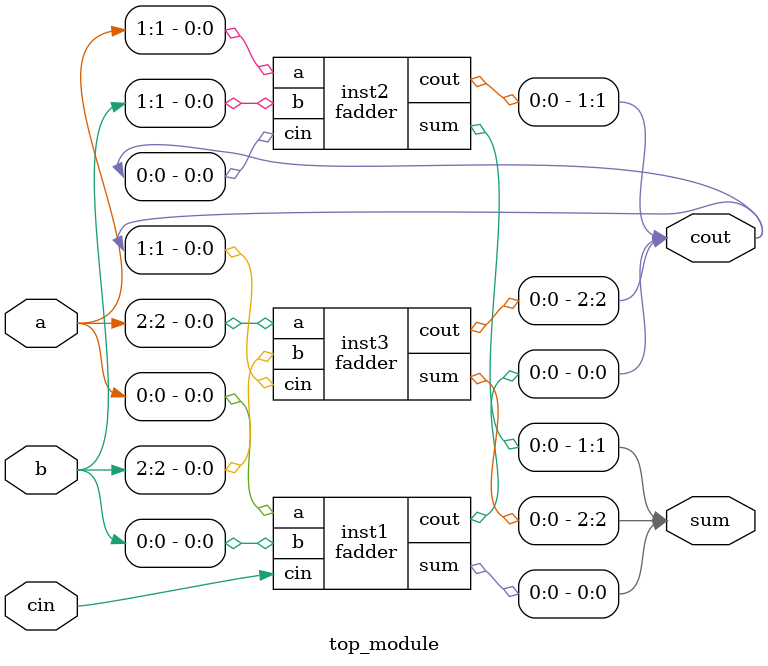
<source format=v>
module fadder (
	input a,b,cin,
	output cout, sum );
	
assign sum = (a^b)^cin;
assign cout = ((a^b)&cin)|(a&b);
	
endmodule



module top_module( 
    input [2:0] a, b,
    input cin,
    output [2:0] cout,
    output [2:0] sum );

fadder inst1(a[0],b[0],cin,cout[0],sum[0]);
fadder inst2(a[1],b[1],cout[0],cout[1],sum[1]);
fadder inst3(a[2],b[2],cout[1],cout[2],sum[2]);

endmodule

</source>
